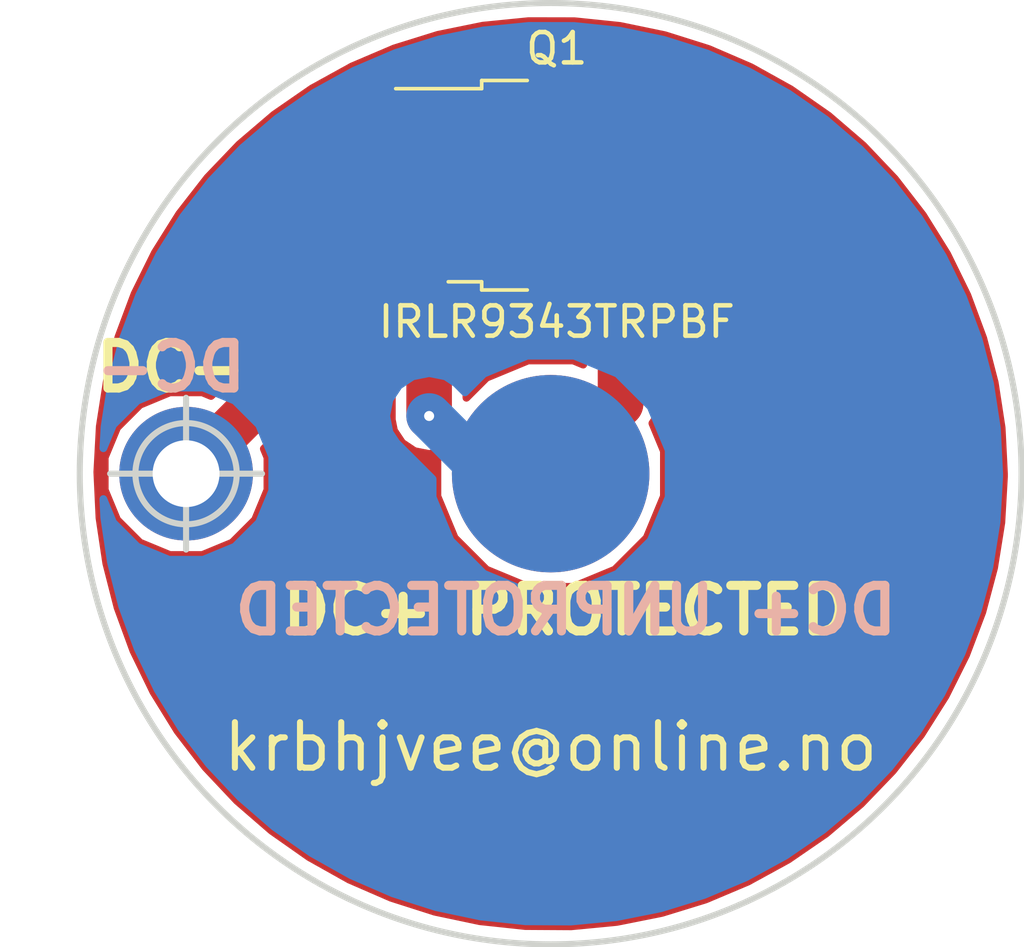
<source format=kicad_pcb>
(kicad_pcb (version 20171130) (host pcbnew 5.0.2-bee76a0~70~ubuntu18.04.1)

  (general
    (thickness 1.6)
    (drawings 7)
    (tracks 9)
    (zones 0)
    (modules 4)
    (nets 4)
  )

  (page A4)
  (layers
    (0 F.Cu signal)
    (31 B.Cu signal)
    (33 F.Adhes user)
    (34 B.Paste user)
    (35 F.Paste user)
    (36 B.SilkS user)
    (37 F.SilkS user)
    (38 B.Mask user)
    (39 F.Mask user)
    (41 Cmts.User user)
    (44 Edge.Cuts user)
    (45 Margin user)
    (46 B.CrtYd user)
    (47 F.CrtYd user)
    (49 F.Fab user)
  )

  (setup
    (last_trace_width 1.5)
    (trace_clearance 0.1524)
    (zone_clearance 0.508)
    (zone_45_only no)
    (trace_min 0.1524)
    (segment_width 0.2)
    (edge_width 0.2)
    (via_size 0.6858)
    (via_drill 0.3302)
    (via_min_size 0.508)
    (via_min_drill 0.254)
    (uvia_size 0.6858)
    (uvia_drill 0.3302)
    (uvias_allowed no)
    (uvia_min_size 0.2)
    (uvia_min_drill 0.1)
    (pcb_text_width 0.3)
    (pcb_text_size 1.5 1.5)
    (mod_edge_width 0.15)
    (mod_text_size 1 1)
    (mod_text_width 0.15)
    (pad_size 2.2 1.2)
    (pad_drill 0)
    (pad_to_mask_clearance 0.0508)
    (solder_mask_min_width 0.1016)
    (aux_axis_origin 17.5 29)
    (visible_elements FFFFFF7F)
    (pcbplotparams
      (layerselection 0x010fc_ffffffff)
      (usegerberextensions false)
      (usegerberattributes false)
      (usegerberadvancedattributes false)
      (creategerberjobfile false)
      (excludeedgelayer true)
      (linewidth 0.100000)
      (plotframeref false)
      (viasonmask false)
      (mode 1)
      (useauxorigin false)
      (hpglpennumber 1)
      (hpglpenspeed 20)
      (hpglpendiameter 15.000000)
      (psnegative false)
      (psa4output false)
      (plotreference true)
      (plotvalue true)
      (plotinvisibletext false)
      (padsonsilk false)
      (subtractmaskfromsilk false)
      (outputformat 1)
      (mirror false)
      (drillshape 1)
      (scaleselection 1)
      (outputdirectory ""))
  )

  (net 0 "")
  (net 1 /DC+IN)
  (net 2 /GND)
  (net 3 /DC+prot)

  (net_class Default "This is the default net class."
    (clearance 0.1524)
    (trace_width 1.5)
    (via_dia 0.6858)
    (via_drill 0.3302)
    (uvia_dia 0.6858)
    (uvia_drill 0.3302)
    (add_net /DC+IN)
    (add_net /DC+prot)
    (add_net /GND)
  )

  (module MountingHole:MountingHole_2.2mm_M2_Pad (layer F.Cu) (tedit 5DFF4B9A) (tstamp 5E148C0A)
    (at 29.5 29)
    (descr "Mounting Hole 2.2mm, M2")
    (tags "mounting hole 2.2mm m2")
    (path /5DFB1679)
    (attr virtual)
    (fp_text reference J1 (at 0 -3.2) (layer F.SilkS) hide
      (effects (font (size 1 1) (thickness 0.15)))
    )
    (fp_text value 105-1102-001 (at 0 3.2) (layer F.Fab)
      (effects (font (size 1 1) (thickness 0.15)))
    )
    (fp_text user %R (at 0.3 0) (layer F.Fab)
      (effects (font (size 1 1) (thickness 0.15)))
    )
    (fp_circle (center 0 0) (end 2.2 0) (layer Cmts.User) (width 0.15))
    (fp_circle (center 0 0) (end 2.45 0) (layer F.CrtYd) (width 0.05))
    (pad 1 smd circle (at 0 0) (size 6.5 6.5) (layers B.Cu F.Paste F.Mask)
      (net 1 /DC+IN))
  )

  (module MountingHole:MountingHole_2.2mm_M2_Pad (layer F.Cu) (tedit 5DFF4B8B) (tstamp 5E148C12)
    (at 17.5 29)
    (descr "Mounting Hole 2.2mm, M2")
    (tags "mounting hole 2.2mm m2")
    (path /5DFB187D)
    (attr virtual)
    (fp_text reference J2 (at 0 -3.2) (layer F.SilkS) hide
      (effects (font (size 1 1) (thickness 0.15)))
    )
    (fp_text value 105-1102-001 (at 0 3.2) (layer F.Fab)
      (effects (font (size 1 1) (thickness 0.15)))
    )
    (fp_text user %R (at 0.3 0) (layer F.Fab)
      (effects (font (size 1 1) (thickness 0.15)))
    )
    (fp_circle (center 0 0) (end 2.2 0) (layer Cmts.User) (width 0.15))
    (fp_circle (center 0 0) (end 2.45 0) (layer F.CrtYd) (width 0.05))
    (pad 1 thru_hole circle (at 0 0) (size 4.4 4.4) (drill 2.2) (layers *.Cu *.Mask)
      (net 2 /GND))
  )

  (module MountingHole:MountingHole_2.2mm_M2_Pad (layer F.Cu) (tedit 5DFF4BA1) (tstamp 5E148C1A)
    (at 29.5 29)
    (descr "Mounting Hole 2.2mm, M2")
    (tags "mounting hole 2.2mm m2")
    (path /5DFB1772)
    (attr virtual)
    (fp_text reference J3 (at 0 -3.2) (layer F.SilkS) hide
      (effects (font (size 1 1) (thickness 0.15)))
    )
    (fp_text value 105-1102-001 (at 0 3.2) (layer F.Fab)
      (effects (font (size 1 1) (thickness 0.15)))
    )
    (fp_circle (center 0 0) (end 2.45 0) (layer F.CrtYd) (width 0.05))
    (fp_circle (center 0 0) (end 2.2 0) (layer Cmts.User) (width 0.15))
    (fp_text user %R (at 0.3 0) (layer F.Fab)
      (effects (font (size 1 1) (thickness 0.15)))
    )
    (pad 1 smd circle (at 0 0) (size 6.5 6.5) (layers F.Cu F.Paste F.Mask)
      (net 3 /DC+prot))
  )

  (module Package_TO_SOT_SMD:TO-252-3_TabPin4 (layer F.Cu) (tedit 5DFF5A8A) (tstamp 5E188BFA)
    (at 29.7 19.5)
    (descr "TO-252 / DPAK SMD package, http://www.infineon.com/cms/en/product/packages/PG-TO252/PG-TO252-3-1/")
    (tags "DPAK TO-252 DPAK-3 TO-252-3 SOT-428")
    (path /5DFF662E)
    (attr smd)
    (fp_text reference Q1 (at 0 -4.5) (layer F.SilkS)
      (effects (font (size 1 1) (thickness 0.15)))
    )
    (fp_text value IRLR9343TRPBF (at 0 4.5) (layer F.SilkS)
      (effects (font (size 1 1) (thickness 0.15)))
    )
    (fp_line (start 3.95 -2.7) (end 4.95 -2.7) (layer F.Fab) (width 0.1))
    (fp_line (start 4.95 -2.7) (end 4.95 2.7) (layer F.Fab) (width 0.1))
    (fp_line (start 4.95 2.7) (end 3.95 2.7) (layer F.Fab) (width 0.1))
    (fp_line (start 3.95 -3.25) (end 3.95 3.25) (layer F.Fab) (width 0.1))
    (fp_line (start 3.95 3.25) (end -2.27 3.25) (layer F.Fab) (width 0.1))
    (fp_line (start -2.27 3.25) (end -2.27 -2.25) (layer F.Fab) (width 0.1))
    (fp_line (start -2.27 -2.25) (end -1.27 -3.25) (layer F.Fab) (width 0.1))
    (fp_line (start -1.27 -3.25) (end 3.95 -3.25) (layer F.Fab) (width 0.1))
    (fp_line (start -1.865 -2.655) (end -4.97 -2.655) (layer F.Fab) (width 0.1))
    (fp_line (start -4.97 -2.655) (end -4.97 -1.905) (layer F.Fab) (width 0.1))
    (fp_line (start -4.97 -1.905) (end -2.27 -1.905) (layer F.Fab) (width 0.1))
    (fp_line (start -2.27 -0.375) (end -4.97 -0.375) (layer F.Fab) (width 0.1))
    (fp_line (start -4.97 -0.375) (end -4.97 0.375) (layer F.Fab) (width 0.1))
    (fp_line (start -4.97 0.375) (end -2.27 0.375) (layer F.Fab) (width 0.1))
    (fp_line (start -2.27 1.905) (end -4.97 1.905) (layer F.Fab) (width 0.1))
    (fp_line (start -4.97 1.905) (end -4.97 2.655) (layer F.Fab) (width 0.1))
    (fp_line (start -4.97 2.655) (end -2.27 2.655) (layer F.Fab) (width 0.1))
    (fp_line (start -0.97 -3.45) (end -2.47 -3.45) (layer F.SilkS) (width 0.12))
    (fp_line (start -2.47 -3.45) (end -2.47 -3.18) (layer F.SilkS) (width 0.12))
    (fp_line (start -2.47 -3.18) (end -5.3 -3.18) (layer F.SilkS) (width 0.12))
    (fp_line (start -0.97 3.45) (end -2.47 3.45) (layer F.SilkS) (width 0.12))
    (fp_line (start -2.47 3.45) (end -2.47 3.18) (layer F.SilkS) (width 0.12))
    (fp_line (start -2.47 3.18) (end -3.57 3.18) (layer F.SilkS) (width 0.12))
    (fp_line (start -5.55 -3.5) (end -5.55 3.5) (layer F.CrtYd) (width 0.05))
    (fp_line (start -5.55 3.5) (end 5.55 3.5) (layer F.CrtYd) (width 0.05))
    (fp_line (start 5.55 3.5) (end 5.55 -3.5) (layer F.CrtYd) (width 0.05))
    (fp_line (start 5.55 -3.5) (end -5.55 -3.5) (layer F.CrtYd) (width 0.05))
    (fp_text user %R (at 0 0) (layer F.Fab)
      (effects (font (size 1 1) (thickness 0.15)))
    )
    (pad 1 smd rect (at -4.2 -2.28) (size 2.2 1.2) (layers F.Cu F.Paste F.Mask)
      (net 2 /GND))
    (pad 2 smd rect (at -4.2 0) (size 2.2 1.2) (layers F.Paste F.Mask))
    (pad 3 smd rect (at -4.2 2.28) (size 2.2 1.2) (layers F.Cu F.Paste F.Mask))
    (pad 4 smd rect (at 2.1 0) (size 6.4 5.8) (layers F.Cu F.Mask)
      (net 3 /DC+prot))
    (pad "" smd rect (at 3.775 1.525) (size 3.05 2.75) (layers F.Paste))
    (pad "" smd rect (at 0.425 -1.525) (size 3.05 2.75) (layers F.Paste))
    (pad "" smd rect (at 3.775 -1.525) (size 3.05 2.75) (layers F.Paste))
    (pad "" smd rect (at 0.425 1.525) (size 3.05 2.75) (layers F.Paste))
    (model ${KISYS3DMOD}/Package_TO_SOT_SMD.3dshapes/TO-252-3_TabPin4.wrl
      (at (xyz 0 0 0))
      (scale (xyz 1 1 1))
      (rotate (xyz 0 0 0))
    )
  )

  (target plus (at 17.5 29) (size 5) (width 0.2) (layer Edge.Cuts))
  (gr_text krbhjvee@online.no (at 29.5 38) (layer F.SilkS)
    (effects (font (size 1.5 1.5) (thickness 0.2)))
  )
  (gr_text DC- (at 17 25.5) (layer F.SilkS) (tstamp 5DFF502D)
    (effects (font (size 1.5 1.5) (thickness 0.3)))
  )
  (gr_text DC- (at 17 25.5) (layer B.SilkS)
    (effects (font (size 1.5 1.5) (thickness 0.3)) (justify mirror))
  )
  (gr_text "DC+ UNPROTECTED" (at 30 33.5) (layer B.SilkS) (tstamp 5DFF4CC6)
    (effects (font (size 1.5 1.5) (thickness 0.3)) (justify mirror))
  )
  (gr_text "DC+ PROTECTED" (at 30 33.5) (layer F.SilkS)
    (effects (font (size 1.5 1.5) (thickness 0.3)))
  )
  (gr_circle (center 29.5 29) (end 45 29) (layer Edge.Cuts) (width 0.2))

  (segment (start 25.5 21.78) (end 25.5 27.1) (width 1.5) (layer F.Cu) (net 1))
  (segment (start 29.5 29) (end 27.4 29) (width 1.5) (layer B.Cu) (net 1))
  (segment (start 27.4 29) (end 25.5 27.1) (width 1.5) (layer B.Cu) (net 1))
  (via (at 25.5 27.1) (size 0.6858) (layers F.Cu B.Cu) (net 1))
  (segment (start 25.5 17.22) (end 22.9 17.22) (width 1.5) (layer F.Cu) (net 2))
  (segment (start 22.9 17.22) (end 22.9 23.6) (width 1.5) (layer F.Cu) (net 2))
  (segment (start 22.9 23.6) (end 17.5 29) (width 1.5) (layer F.Cu) (net 2))
  (segment (start 31.8 19.5) (end 31.8 26.7) (width 1.5) (layer F.Cu) (net 3))
  (segment (start 31.8 26.7) (end 29.5 29) (width 1.5) (layer F.Cu) (net 3))

  (zone (net 0) (net_name "") (layer F.Cu) (tstamp 0) (hatch edge 0.508)
    (connect_pads (clearance 0.35))
    (min_thickness 0.254)
    (fill yes (arc_segments 16) (thermal_gap 0.508) (thermal_bridge_width 0.508) (smoothing chamfer))
    (polygon
      (pts
        (xy 29.5 13.5) (xy 25 14) (xy 19.5 17) (xy 17 20) (xy 14 25)
        (xy 14 29.5) (xy 15 35) (xy 17.5 39) (xy 21 42) (xy 26 44)
        (xy 31 44.5) (xy 36 43) (xy 41 39.5) (xy 44.5 34) (xy 45 26.5)
        (xy 42.5 20.5) (xy 39.5 17) (xy 33.5 14)
      )
    )
    (filled_polygon
      (pts
        (xy 30.281009 14.097451) (xy 31.783008 14.252668) (xy 33.261631 14.558876) (xy 34.701741 15.012941) (xy 36.088592 15.610213)
        (xy 37.407985 16.344578) (xy 38.646412 17.208517) (xy 39.791192 18.193183) (xy 40.830606 19.288496) (xy 41.75401 20.483241)
        (xy 42.55195 21.765186) (xy 43.216257 23.121205) (xy 43.740128 24.537414) (xy 44.118201 25.999314) (xy 44.346605 27.491937)
        (xy 44.423 29) (xy 44.422636 29.104181) (xy 44.335715 30.611674) (xy 44.096897 32.102666) (xy 43.708627 33.561891)
        (xy 43.174881 34.974409) (xy 42.501124 36.325757) (xy 41.694253 37.602099) (xy 40.762531 38.790369) (xy 39.715496 39.878399)
        (xy 38.56387 40.855049) (xy 37.319442 41.710321) (xy 35.994954 42.435457) (xy 34.603967 43.023033) (xy 33.160722 43.467033)
        (xy 31.679997 43.762911) (xy 30.176952 43.907638) (xy 28.666976 43.899732) (xy 27.165528 43.739273) (xy 25.687983 43.427905)
        (xy 24.249467 42.968816) (xy 22.864709 42.366707) (xy 21.547887 41.627741) (xy 20.312484 40.759484) (xy 19.171147 39.770828)
        (xy 18.135564 38.671893) (xy 17.216336 37.473932) (xy 16.422875 36.18921) (xy 15.763306 34.830881) (xy 15.244381 33.412851)
        (xy 14.871413 31.94964) (xy 14.648222 30.45623) (xy 14.577091 28.947909) (xy 14.603108 28.467512) (xy 14.823 28.467512)
        (xy 14.823 29.532488) (xy 15.230549 30.516399) (xy 15.983601 31.269451) (xy 16.967512 31.677) (xy 18.032488 31.677)
        (xy 19.016399 31.269451) (xy 19.769451 30.516399) (xy 20.177 29.532488) (xy 20.177 28.467512) (xy 20.057127 28.178112)
        (xy 23.68217 24.55307) (xy 23.784617 24.484617) (xy 24.055808 24.078752) (xy 24.127 23.720847) (xy 24.127 23.720844)
        (xy 24.151037 23.600001) (xy 24.127 23.479158) (xy 24.127 22.954239) (xy 24.273 23.014714) (xy 24.273001 27.220847)
        (xy 24.344193 27.578752) (xy 24.615384 27.984617) (xy 25.021249 28.255808) (xy 25.5 28.351038) (xy 25.773 28.296735)
        (xy 25.773 29.741346) (xy 26.340402 31.111176) (xy 27.388824 32.159598) (xy 28.758654 32.727) (xy 30.241346 32.727)
        (xy 31.611176 32.159598) (xy 32.659598 31.111176) (xy 33.227 29.741346) (xy 33.227 28.258654) (xy 32.847087 27.341464)
        (xy 32.955808 27.178752) (xy 33.027 26.820847) (xy 33.027 26.820844) (xy 33.051037 26.700001) (xy 33.027 26.579158)
        (xy 33.027 22.886344) (xy 35 22.886344) (xy 35.186116 22.849323) (xy 35.343897 22.743897) (xy 35.449323 22.586116)
        (xy 35.486344 22.4) (xy 35.486344 16.6) (xy 35.449323 16.413884) (xy 35.343897 16.256103) (xy 35.186116 16.150677)
        (xy 35 16.113656) (xy 28.6 16.113656) (xy 28.413884 16.150677) (xy 28.256103 16.256103) (xy 28.150677 16.413884)
        (xy 28.113656 16.6) (xy 28.113656 22.4) (xy 28.150677 22.586116) (xy 28.256103 22.743897) (xy 28.413884 22.849323)
        (xy 28.6 22.886344) (xy 30.573 22.886344) (xy 30.573001 25.410376) (xy 30.241346 25.273) (xy 28.758654 25.273)
        (xy 27.388824 25.840402) (xy 26.727 26.502226) (xy 26.727 23.014714) (xy 26.959698 22.918327) (xy 27.138327 22.739699)
        (xy 27.235 22.50631) (xy 27.235 22.06575) (xy 27.086344 21.917094) (xy 27.086344 21.642906) (xy 27.235 21.49425)
        (xy 27.235 21.05369) (xy 27.138327 20.820301) (xy 26.959698 20.641673) (xy 26.726309 20.545) (xy 25.78575 20.545)
        (xy 25.751718 20.579032) (xy 25.5 20.528962) (xy 25.248282 20.579032) (xy 25.21425 20.545) (xy 24.273691 20.545)
        (xy 24.127 20.605761) (xy 24.127 18.447) (xy 25.620847 18.447) (xy 25.978752 18.375808) (xy 26.082712 18.306344)
        (xy 26.6 18.306344) (xy 26.786116 18.269323) (xy 26.943897 18.163897) (xy 27.049323 18.006116) (xy 27.086344 17.82)
        (xy 27.086344 16.62) (xy 27.049323 16.433884) (xy 26.943897 16.276103) (xy 26.786116 16.170677) (xy 26.6 16.133656)
        (xy 26.082712 16.133656) (xy 25.978752 16.064192) (xy 25.620847 15.993) (xy 23.020847 15.993) (xy 22.9 15.968962)
        (xy 22.779153 15.993) (xy 22.421248 16.064192) (xy 22.015383 16.335383) (xy 21.744192 16.741248) (xy 21.648962 17.22)
        (xy 21.673 17.340847) (xy 21.673001 23.091759) (xy 18.321888 26.442873) (xy 18.032488 26.323) (xy 16.967512 26.323)
        (xy 15.983601 26.730549) (xy 15.230549 27.483601) (xy 14.823 28.467512) (xy 14.603108 28.467512) (xy 14.65875 27.440122)
        (xy 14.892362 25.948305) (xy 15.275536 24.487734) (xy 15.804348 23.073362) (xy 16.473384 21.71967) (xy 17.275794 20.440519)
        (xy 18.203363 19.249004) (xy 19.246593 18.157326) (xy 20.394804 17.176662) (xy 21.636239 16.317051) (xy 22.958187 15.587296)
        (xy 24.347115 14.994869) (xy 25.788801 14.545833) (xy 27.268484 14.244789) (xy 28.771015 14.094816)
      )
    )
  )
  (zone (net 0) (net_name "") (layer B.Cu) (tstamp 0) (hatch edge 0.508)
    (connect_pads (clearance 0.508))
    (min_thickness 0.254)
    (fill yes (arc_segments 16) (thermal_gap 0.508) (thermal_bridge_width 0.508) (smoothing chamfer))
    (polygon
      (pts
        (xy 29.5 13.5) (xy 24 14.5) (xy 18 18) (xy 16 21.5) (xy 14.5 26)
        (xy 14 29.5) (xy 15 34.5) (xy 17 38) (xy 19.5 41) (xy 25.5 44)
        (xy 30.5 44.5) (xy 33 44) (xy 36.5 43) (xy 40.5 40) (xy 43.5 36)
        (xy 45 31.5) (xy 44.5 25.5) (xy 41.5 19) (xy 37 15.5) (xy 33 14)
      )
    )
    (filled_polygon
      (pts
        (xy 30.27274 14.255235) (xy 31.758836 14.408808) (xy 33.221804 14.711774) (xy 34.646666 15.161031) (xy 36.018834 15.75198)
        (xy 37.324258 16.47857) (xy 38.549573 17.333361) (xy 39.682233 18.307602) (xy 40.710641 19.391319) (xy 41.624268 20.573414)
        (xy 42.41376 21.841786) (xy 43.071033 23.183448) (xy 43.589358 24.584663) (xy 43.963429 26.031084) (xy 44.189414 27.507904)
        (xy 44.265 29) (xy 44.26464 29.103078) (xy 44.178639 30.59461) (xy 43.942349 32.069816) (xy 43.55819 33.513591)
        (xy 43.030096 34.911153) (xy 42.363472 36.248194) (xy 41.565144 37.511023) (xy 40.643287 38.686712) (xy 39.607338 39.763222)
        (xy 38.467904 40.729532) (xy 37.236652 41.575748) (xy 35.926187 42.293207) (xy 34.549927 42.874562) (xy 33.121964 43.313861)
        (xy 31.656916 43.606606) (xy 30.169785 43.7498) (xy 28.675795 43.741978) (xy 27.190245 43.583218) (xy 25.728343 43.275147)
        (xy 24.305058 42.820919) (xy 22.934962 42.225184) (xy 21.632082 41.494042) (xy 20.409758 40.634979) (xy 19.280506 39.65679)
        (xy 18.255887 38.56949) (xy 17.346392 37.384213) (xy 16.561332 36.113093) (xy 15.908746 34.769145) (xy 15.395315 33.366129)
        (xy 15.026296 31.918411) (xy 14.805467 30.440812) (xy 14.776848 29.833942) (xy 15.096603 30.605899) (xy 15.894101 31.403397)
        (xy 16.936083 31.835) (xy 18.063917 31.835) (xy 19.105899 31.403397) (xy 19.903397 30.605899) (xy 20.335 29.563917)
        (xy 20.335 28.436083) (xy 19.903397 27.394101) (xy 19.609296 27.1) (xy 24.087867 27.1) (xy 24.195359 27.640399)
        (xy 24.424203 27.982888) (xy 25.615 29.173686) (xy 25.615 29.772775) (xy 26.206456 31.200676) (xy 27.299324 32.293544)
        (xy 28.727225 32.885) (xy 30.272775 32.885) (xy 31.700676 32.293544) (xy 32.793544 31.200676) (xy 33.385 29.772775)
        (xy 33.385 28.227225) (xy 32.793544 26.799324) (xy 31.700676 25.706456) (xy 30.272775 25.115) (xy 28.727225 25.115)
        (xy 27.299324 25.706456) (xy 26.682233 26.323547) (xy 26.382888 26.024203) (xy 26.040399 25.795359) (xy 25.5 25.687867)
        (xy 24.959601 25.795359) (xy 24.501472 26.101472) (xy 24.195359 26.559601) (xy 24.087867 27.1) (xy 19.609296 27.1)
        (xy 19.105899 26.596603) (xy 18.063917 26.165) (xy 16.936083 26.165) (xy 15.894101 26.596603) (xy 15.096603 27.394101)
        (xy 14.777556 28.164349) (xy 14.815884 27.456637) (xy 15.047023 25.980616) (xy 15.42614 24.535509) (xy 15.949353 23.136111)
        (xy 16.611306 21.796752) (xy 17.40522 20.531144) (xy 18.322968 19.352245) (xy 19.355153 18.272125) (xy 20.491207 17.301843)
        (xy 21.719498 16.451334) (xy 23.02745 15.729306) (xy 24.401672 15.143151) (xy 25.828094 14.69887) (xy 27.292111 14.401012)
        (xy 28.778733 14.252627)
      )
    )
  )
)

</source>
